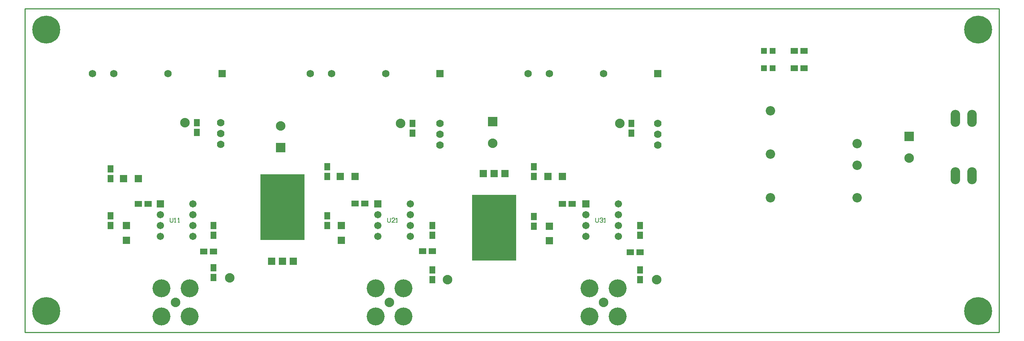
<source format=gts>
G04*
G04 #@! TF.GenerationSoftware,Altium Limited,Altium Designer,18.0.9 (584)*
G04*
G04 Layer_Color=8388736*
%FSLAX43Y43*%
%MOMM*%
G71*
G01*
G75*
%ADD10C,0.254*%
%ADD16C,0.178*%
%ADD24C,2.235*%
%ADD25R,10.363X15.443*%
%ADD26R,1.727X1.727*%
%ADD27R,1.727X1.727*%
%ADD28R,1.727X1.473*%
%ADD29R,1.473X1.727*%
%ADD30R,1.403X1.403*%
%ADD31C,6.553*%
%ADD32R,1.778X1.778*%
%ADD33C,1.727*%
%ADD34R,2.235X2.235*%
%ADD35C,1.778*%
%ADD36C,4.203*%
%ADD37R,1.703X1.703*%
%ADD38C,1.703*%
%ADD39C,2.203*%
%ADD40O,2.235X4.013*%
%ADD41C,1.473*%
D10*
X127Y76073D02*
X127Y127D01*
X228473D01*
X228473Y76073D02*
X228473Y127D01*
X127Y76073D02*
X228473D01*
D16*
X34163Y26924D02*
Y26077D01*
X34332Y25908D01*
X34671D01*
X34840Y26077D01*
Y26924D01*
X35179Y25908D02*
X35517D01*
X35348D01*
Y26924D01*
X35179Y26754D01*
X36025Y25908D02*
X36364D01*
X36194D01*
Y26924D01*
X36025Y26754D01*
X85090Y26924D02*
Y26077D01*
X85259Y25908D01*
X85598D01*
X85767Y26077D01*
Y26924D01*
X86783Y25908D02*
X86106D01*
X86783Y26585D01*
Y26754D01*
X86614Y26924D01*
X86275D01*
X86106Y26754D01*
X87121Y25908D02*
X87460D01*
X87291D01*
Y26924D01*
X87121Y26754D01*
X133858Y26924D02*
Y26077D01*
X134027Y25908D01*
X134366D01*
X134535Y26077D01*
Y26924D01*
X134874Y26754D02*
X135043Y26924D01*
X135382D01*
X135551Y26754D01*
Y26585D01*
X135382Y26416D01*
X135212D01*
X135382D01*
X135551Y26247D01*
Y26077D01*
X135382Y25908D01*
X135043D01*
X134874Y26077D01*
X135889Y25908D02*
X136228D01*
X136059D01*
Y26924D01*
X135889Y26754D01*
D24*
X99187Y12446D02*
D03*
X148209D02*
D03*
X48133Y12895D02*
D03*
X37592Y49299D02*
D03*
X139573Y49149D02*
D03*
X88189D02*
D03*
X60071Y48514D02*
D03*
X109728Y44450D02*
D03*
X207391Y41021D02*
D03*
X35431Y7114D02*
D03*
X85597D02*
D03*
X135763D02*
D03*
D25*
X60452Y29464D02*
D03*
X110109Y24638D02*
D03*
D26*
X123063Y21590D02*
D03*
Y25019D02*
D03*
X74295Y21717D02*
D03*
Y25146D02*
D03*
X23876Y21717D02*
D03*
Y25146D02*
D03*
D27*
X122682Y36703D02*
D03*
X126111D02*
D03*
X74041D02*
D03*
X77470D02*
D03*
X23241Y36195D02*
D03*
X26670D02*
D03*
X148463Y60833D02*
D03*
X97409D02*
D03*
X46355D02*
D03*
D28*
X126111Y30226D02*
D03*
X128397D02*
D03*
X144272Y18923D02*
D03*
X141986D02*
D03*
X95631Y19177D02*
D03*
X93345D02*
D03*
X77470Y30353D02*
D03*
X79756D02*
D03*
X26670Y30226D02*
D03*
X28956D02*
D03*
X182753Y66167D02*
D03*
X180467D02*
D03*
X182753Y62103D02*
D03*
X180467D02*
D03*
X44323Y19050D02*
D03*
X42037D02*
D03*
D29*
X144272Y12446D02*
D03*
Y14732D02*
D03*
X95631Y12446D02*
D03*
Y14732D02*
D03*
X70993Y36703D02*
D03*
Y38989D02*
D03*
X20193Y36195D02*
D03*
Y38481D02*
D03*
Y25146D02*
D03*
Y27432D02*
D03*
X44323Y12954D02*
D03*
Y15240D02*
D03*
Y22860D02*
D03*
Y25146D02*
D03*
X40386Y46990D02*
D03*
Y49276D02*
D03*
X95631Y22860D02*
D03*
Y25146D02*
D03*
X70993D02*
D03*
Y27432D02*
D03*
X90932Y46863D02*
D03*
Y49149D02*
D03*
X144272Y22860D02*
D03*
Y25146D02*
D03*
X119380Y25019D02*
D03*
Y27305D02*
D03*
Y36703D02*
D03*
Y38989D02*
D03*
X142240Y46863D02*
D03*
Y49149D02*
D03*
D30*
X175421Y62103D02*
D03*
X173321D02*
D03*
Y66167D02*
D03*
X175421D02*
D03*
D31*
X223520Y5080D02*
D03*
X5080D02*
D03*
Y71120D02*
D03*
X223520D02*
D03*
D32*
X62992Y16764D02*
D03*
X60452D02*
D03*
X57912D02*
D03*
X107569Y37338D02*
D03*
X110109D02*
D03*
X112649D02*
D03*
D33*
X60452Y34544D02*
D03*
X110109Y19558D02*
D03*
X135763Y60833D02*
D03*
X123063D02*
D03*
X118043D02*
D03*
X84709D02*
D03*
X72009D02*
D03*
X66989D02*
D03*
X33655D02*
D03*
X20955D02*
D03*
X15935D02*
D03*
D34*
X60071Y43434D02*
D03*
X109728Y49530D02*
D03*
X207391Y46101D02*
D03*
D35*
X148463Y44069D02*
D03*
Y46609D02*
D03*
Y49149D02*
D03*
X97409Y44069D02*
D03*
Y46609D02*
D03*
Y49149D02*
D03*
X45974Y44196D02*
D03*
Y46736D02*
D03*
Y49276D02*
D03*
D36*
X38731Y3814D02*
D03*
Y10414D02*
D03*
X32131D02*
D03*
Y3814D02*
D03*
X82297Y10414D02*
D03*
Y3814D02*
D03*
X88897D02*
D03*
Y10414D02*
D03*
X132463D02*
D03*
Y3814D02*
D03*
X139063D02*
D03*
Y10414D02*
D03*
D37*
X31877Y30226D02*
D03*
X82804D02*
D03*
X131572D02*
D03*
D38*
X31877Y27686D02*
D03*
Y25146D02*
D03*
Y22606D02*
D03*
X39497Y30226D02*
D03*
Y27686D02*
D03*
Y25146D02*
D03*
Y22606D02*
D03*
X82804Y27686D02*
D03*
Y25146D02*
D03*
Y22606D02*
D03*
X90424Y30226D02*
D03*
Y27686D02*
D03*
Y25146D02*
D03*
Y22606D02*
D03*
X131572Y27686D02*
D03*
Y25146D02*
D03*
Y22606D02*
D03*
X139192Y30226D02*
D03*
Y27686D02*
D03*
Y25146D02*
D03*
Y22606D02*
D03*
D39*
X174879Y31710D02*
D03*
Y41910D02*
D03*
Y52110D02*
D03*
X195179Y44410D02*
D03*
Y39310D02*
D03*
Y31710D02*
D03*
D40*
X218186Y50292D02*
D03*
X222148D02*
D03*
X218186Y36830D02*
D03*
X222148D02*
D03*
D41*
X62992Y25400D02*
D03*
X60452D02*
D03*
X57912D02*
D03*
Y27940D02*
D03*
X60452D02*
D03*
X62992D02*
D03*
Y30480D02*
D03*
X60452D02*
D03*
X57912D02*
D03*
X107569Y28702D02*
D03*
X110109D02*
D03*
X112649D02*
D03*
Y26162D02*
D03*
X110109D02*
D03*
X107569D02*
D03*
Y23622D02*
D03*
X110109D02*
D03*
X112649D02*
D03*
M02*

</source>
